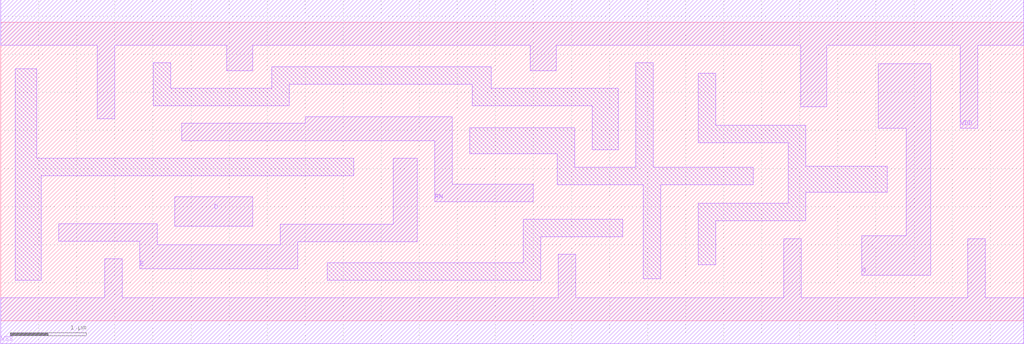
<source format=lef>
# Copyright 2022 GlobalFoundries PDK Authors
#
# Licensed under the Apache License, Version 2.0 (the "License");
# you may not use this file except in compliance with the License.
# You may obtain a copy of the License at
#
#      http://www.apache.org/licenses/LICENSE-2.0
#
# Unless required by applicable law or agreed to in writing, software
# distributed under the License is distributed on an "AS IS" BASIS,
# WITHOUT WARRANTIES OR CONDITIONS OF ANY KIND, either express or implied.
# See the License for the specific language governing permissions and
# limitations under the License.

MACRO gf180mcu_fd_sc_mcu7t5v0__latrnq_2
  CLASS core ;
  FOREIGN gf180mcu_fd_sc_mcu7t5v0__latrnq_2 0.0 0.0 ;
  ORIGIN 0 0 ;
  SYMMETRY X Y ;
  SITE GF018hv5v_mcu_sc7 ;
  SIZE 13.44 BY 3.92 ;
  PIN D
    DIRECTION INPUT ;
    ANTENNAGATEAREA 0.552 ;
    PORT
      LAYER Metal1 ;
        POLYGON 2.285 1.24 3.31 1.24 3.31 1.63 2.285 1.63  ;
    END
  END D
  PIN E
    DIRECTION INPUT ;
    USE clock ;
    ANTENNAGATEAREA 1.2935 ;
    PORT
      LAYER Metal1 ;
        POLYGON 0.76 1.045 1.825 1.045 1.825 0.68 3.905 0.68 3.905 1.035 5.475 1.035 5.475 2.135 5.16 2.135 5.16 1.265 3.675 1.265 3.675 1 2.055 1 2.055 1.275 0.76 1.275  ;
    END
  END E
  PIN RN
    DIRECTION INPUT ;
    ANTENNAGATEAREA 0.789 ;
    PORT
      LAYER Metal1 ;
        POLYGON 2.38 2.365 4.64 2.365 5.705 2.365 5.705 1.565 7 1.565 7 1.795 5.935 1.795 5.935 2.68 4.64 2.68 4 2.68 4 2.595 2.38 2.595  ;
    END
  END RN
  PIN Q
    DIRECTION OUTPUT ;
    ANTENNADIFFAREA 1.0608 ;
    PORT
      LAYER Metal1 ;
        POLYGON 11.53 2.53 11.65 2.53 11.9 2.53 11.9 1.12 11.31 1.12 11.31 0.6 12.22 0.6 12.22 3.38 11.65 3.38 11.53 3.38  ;
    END
  END Q
  PIN VDD
    DIRECTION INOUT ;
    USE power ;
    SHAPE ABUTMENT ;
    PORT
      LAYER Metal1 ;
        POLYGON 0 3.62 1.265 3.62 1.265 2.655 1.495 2.655 1.495 3.62 2.97 3.62 2.97 3.285 3.31 3.285 3.31 3.62 6.96 3.62 6.96 3.285 7.3 3.285 7.3 3.62 8.115 3.62 10.51 3.62 10.51 2.815 10.85 2.815 10.85 3.62 11.65 3.62 12.605 3.62 12.605 2.53 12.835 2.53 12.835 3.62 13.44 3.62 13.44 4.22 11.65 4.22 8.115 4.22 0 4.22  ;
    END
  END VDD
  PIN VSS
    DIRECTION INOUT ;
    USE ground ;
    SHAPE ABUTMENT ;
    PORT
      LAYER Metal1 ;
        POLYGON 0 -0.3 13.44 -0.3 13.44 0.3 12.935 0.3 12.935 1.075 12.705 1.075 12.705 0.3 10.515 0.3 10.515 1.075 10.285 1.075 10.285 0.3 7.555 0.3 7.555 0.875 7.325 0.875 7.325 0.3 1.595 0.3 1.595 0.815 1.365 0.815 1.365 0.3 0 0.3  ;
    END
  END VSS
  OBS
      LAYER Metal1 ;
        POLYGON 0.19 0.53 0.53 0.53 0.53 1.905 4.64 1.905 4.64 2.135 0.475 2.135 0.475 3.31 0.19 3.31  ;
        POLYGON 2.005 2.825 3.79 2.825 3.79 3.105 6.195 3.105 6.195 2.825 7.775 2.825 7.775 2.25 8.115 2.25 8.115 3.055 6.445 3.055 6.445 3.335 3.56 3.335 3.56 3.055 2.235 3.055 2.235 3.39 2.005 3.39  ;
        POLYGON 4.29 0.53 7.095 0.53 7.095 1.105 8.17 1.105 8.17 1.335 6.865 1.335 6.865 0.76 4.29 0.76  ;
        POLYGON 6.165 2.195 7.315 2.195 7.315 1.79 8.445 1.79 8.445 0.55 8.675 0.55 8.675 1.79 9.89 1.79 9.89 2.02 8.575 2.02 8.575 3.39 8.345 3.39 8.345 2.02 7.545 2.02 7.545 2.535 6.165 2.535  ;
        POLYGON 9.165 2.34 10.345 2.34 10.345 1.545 9.165 1.545 9.165 0.735 9.395 0.735 9.395 1.315 10.575 1.315 10.575 1.69 11.65 1.69 11.65 2.03 10.575 2.03 10.575 2.57 9.395 2.57 9.395 3.25 9.165 3.25  ;
  END
END gf180mcu_fd_sc_mcu7t5v0__latrnq_2

</source>
